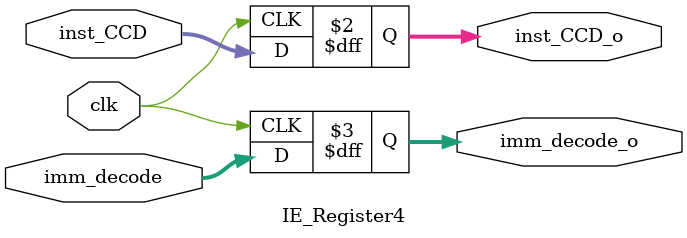
<source format=sv>
module IE_Register4 (
    input clk,
    input reg [31:0] inst_CCD,
    input reg [31:0] imm_decode,
    output reg [31:0] inst_CCD_o,
    output reg [31:0] imm_decode_o
);

always @ (posedge clk)
begin
    inst_CCD_o <= inst_CCD;
    imm_decode_o <= imm_decode;
end

endmodule
</source>
